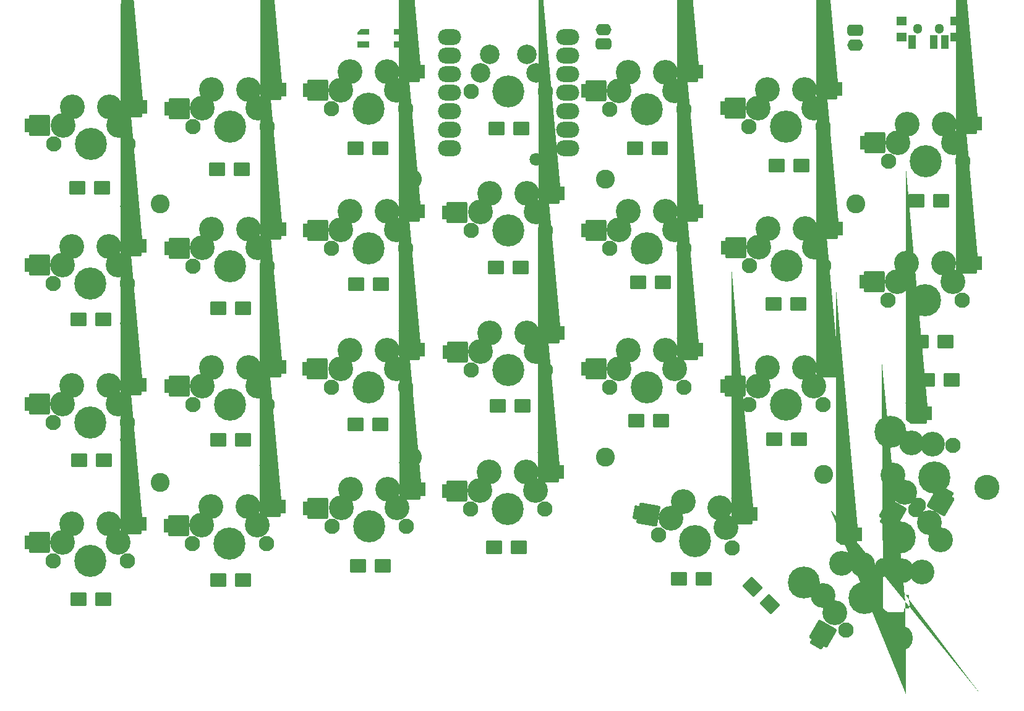
<source format=gbr>
%TF.GenerationSoftware,KiCad,Pcbnew,7.0.1*%
%TF.CreationDate,2023-04-29T17:31:46+07:00*%
%TF.ProjectId,ErgoTravel,4572676f-5472-4617-9665-6c2e6b696361,rev?*%
%TF.SameCoordinates,Original*%
%TF.FileFunction,Soldermask,Bot*%
%TF.FilePolarity,Negative*%
%FSLAX46Y46*%
G04 Gerber Fmt 4.6, Leading zero omitted, Abs format (unit mm)*
G04 Created by KiCad (PCBNEW 7.0.1) date 2023-04-29 17:31:46*
%MOMM*%
%LPD*%
G01*
G04 APERTURE LIST*
G04 Aperture macros list*
%AMRoundRect*
0 Rectangle with rounded corners*
0 $1 Rounding radius*
0 $2 $3 $4 $5 $6 $7 $8 $9 X,Y pos of 4 corners*
0 Add a 4 corners polygon primitive as box body*
4,1,4,$2,$3,$4,$5,$6,$7,$8,$9,$2,$3,0*
0 Add four circle primitives for the rounded corners*
1,1,$1+$1,$2,$3*
1,1,$1+$1,$4,$5*
1,1,$1+$1,$6,$7*
1,1,$1+$1,$8,$9*
0 Add four rect primitives between the rounded corners*
20,1,$1+$1,$2,$3,$4,$5,0*
20,1,$1+$1,$4,$5,$6,$7,0*
20,1,$1+$1,$6,$7,$8,$9,0*
20,1,$1+$1,$8,$9,$2,$3,0*%
%AMFreePoly0*
4,1,41,2.776539,1.434775,2.811894,1.420130,2.876776,1.376776,2.920130,1.311894,2.934775,1.276539,2.950000,1.200000,2.950000,-1.200000,2.934775,-1.276539,2.920130,-1.311894,2.876776,-1.376776,2.811894,-1.420130,2.776539,-1.434775,2.700000,-1.450000,0.300000,-1.450000,0.223461,-1.434775,0.188106,-1.420130,0.123224,-1.376776,0.079870,-1.311894,0.065225,-1.276539,0.050000,-1.200000,
0.050000,-0.950000,-0.350000,-0.950000,-0.426537,-0.934776,-0.491421,-0.891421,-0.534776,-0.826537,-0.550000,-0.750000,-0.550000,0.750000,-0.534776,0.826537,-0.491421,0.891421,-0.426537,0.934776,-0.350000,0.950000,0.050000,0.950000,0.050000,1.200000,0.065225,1.276539,0.079870,1.311894,0.123224,1.376776,0.188106,1.420130,0.223461,1.434775,0.300000,1.450000,2.700000,1.450000,
2.776539,1.434775,2.776539,1.434775,$1*%
%AMFreePoly1*
4,1,56,-0.323461,1.434775,-0.288106,1.420130,-0.223224,1.376776,-0.179870,1.311894,-0.165225,1.276539,-0.150000,1.200000,-0.150000,0.950000,0.350000,0.950000,0.426537,0.934776,0.491421,0.891421,0.534776,0.826537,0.550000,0.750000,0.550000,-0.750000,0.534776,-0.826537,0.491421,-0.891421,0.426537,-0.934776,0.350000,-0.950000,-0.150000,-0.950000,-0.150000,-1.200000,-0.165225,-1.276539,
-0.179870,-1.311894,-0.223224,-1.376776,-0.288106,-1.420130,-0.323461,-1.434775,-0.400000,-1.450000,-2.300000,-1.450000,-2.376542,-1.434774,-2.381625,-1.432668,-2.386893,-1.431142,-2.456174,-1.395217,-2.956174,-0.995217,-2.965162,-0.984537,-2.976772,-0.976781,-2.996347,-0.947484,-3.006445,-0.935487,-3.007858,-0.932920,-3.006557,-0.932204,-3.020133,-0.911887,-3.022233,-0.906816,-3.024884,-0.902003,
-3.032265,-0.878718,-3.033636,-0.879286,-3.034758,-0.876579,-3.037817,-0.861205,-3.048471,-0.827602,-3.047275,-0.813690,-3.050000,-0.800000,-3.050000,1.200000,-3.034775,1.276539,-3.020130,1.311894,-2.976776,1.376776,-2.911894,1.420130,-2.876539,1.434775,-2.800000,1.450000,-0.400000,1.450000,-0.323461,1.434775,-0.323461,1.434775,$1*%
G04 Aperture macros list end*
%ADD10C,0.100000*%
%ADD11C,2.101800*%
%ADD12C,4.387800*%
%ADD13C,2.686000*%
%ADD14C,2.600000*%
%ADD15C,3.448000*%
%ADD16C,2.100000*%
%ADD17C,3.400000*%
%ADD18C,4.400000*%
%ADD19FreePoly0,0.000000*%
%ADD20FreePoly1,0.000000*%
%ADD21RoundRect,0.200000X0.900000X0.750000X-0.900000X0.750000X-0.900000X-0.750000X0.900000X-0.750000X0*%
%ADD22FreePoly0,60.000000*%
%ADD23FreePoly1,60.000000*%
%ADD24RoundRect,0.450000X-0.625000X0.350000X-0.625000X-0.350000X0.625000X-0.350000X0.625000X0.350000X0*%
%ADD25O,2.150000X1.600000*%
%ADD26RoundRect,0.200000X-0.900000X-0.750000X0.900000X-0.750000X0.900000X0.750000X-0.900000X0.750000X0*%
%ADD27O,3.150000X2.200000*%
%ADD28C,1.797000*%
%ADD29RoundRect,0.200000X-1.166726X0.106066X0.106066X-1.166726X1.166726X-0.106066X-0.106066X1.166726X0*%
%ADD30FreePoly0,350.000000*%
%ADD31FreePoly1,350.000000*%
%ADD32C,1.300000*%
%ADD33RoundRect,0.450000X0.625000X-0.350000X0.625000X0.350000X-0.625000X0.350000X-0.625000X-0.350000X0*%
%ADD34FreePoly0,240.000000*%
%ADD35FreePoly1,240.000000*%
%ADD36RoundRect,0.200000X-0.500000X-0.400000X0.500000X-0.400000X0.500000X0.400000X-0.500000X0.400000X0*%
%ADD37RoundRect,0.200000X-0.350000X-0.750000X0.350000X-0.750000X0.350000X0.750000X-0.350000X0.750000X0*%
G04 APERTURE END LIST*
%TO.C,D24*%
D10*
X127456000Y-50680000D02*
X125956000Y-50680000D01*
X125956000Y-49930000D01*
X127456000Y-49930000D01*
X127456000Y-50680000D01*
G36*
X127456000Y-50680000D02*
G01*
X125956000Y-50680000D01*
X125956000Y-49930000D01*
X127456000Y-49930000D01*
X127456000Y-50680000D01*
G37*
X127456000Y-48930000D02*
X125956000Y-48930000D01*
X125956000Y-48180000D01*
X127456000Y-48180000D01*
X127456000Y-48930000D01*
G36*
X127456000Y-48930000D02*
G01*
X125956000Y-48930000D01*
X125956000Y-48180000D01*
X127456000Y-48180000D01*
X127456000Y-48930000D01*
G37*
X122456000Y-50680000D02*
X120956000Y-50680000D01*
X120956000Y-49930000D01*
X122456000Y-49930000D01*
X122456000Y-50680000D01*
G36*
X122456000Y-50680000D02*
G01*
X120956000Y-50680000D01*
X120956000Y-49930000D01*
X122456000Y-49930000D01*
X122456000Y-50680000D01*
G37*
X122456000Y-48930000D02*
X120956000Y-48930000D01*
X120956000Y-48605000D01*
X121356000Y-48180000D01*
X122456000Y-48180000D01*
X122456000Y-48930000D01*
G36*
X122456000Y-48930000D02*
G01*
X120956000Y-48930000D01*
X120956000Y-48605000D01*
X121356000Y-48180000D01*
X122456000Y-48180000D01*
X122456000Y-48930000D01*
G37*
%TD*%
D11*
%TO.C,K13*%
X136580172Y-56799252D03*
D12*
X141660172Y-56799252D03*
D11*
X146740172Y-56799252D03*
D13*
X137850172Y-54259252D03*
X139120172Y-51719252D03*
X144200172Y-51719252D03*
X145470172Y-54259252D03*
%TD*%
D14*
%TO.C,J5*%
X93960000Y-110350000D03*
%TD*%
%TO.C,J6*%
X93960000Y-72150000D03*
%TD*%
%TO.C,J7*%
X189250000Y-72150000D03*
%TD*%
%TO.C,J8*%
X184785000Y-109220000D03*
%TD*%
%TO.C,J9*%
X128500000Y-68750000D03*
%TD*%
%TO.C,J10*%
X128500000Y-106850000D03*
%TD*%
%TO.C,J11*%
X154910000Y-68750000D03*
%TD*%
%TO.C,J12*%
X154910000Y-106850000D03*
%TD*%
D15*
%TO.C,H1*%
X207184885Y-111065635D03*
D12*
X193986658Y-103445635D03*
D15*
X195284885Y-131677039D03*
D12*
X182086658Y-124057039D03*
%TD*%
D16*
%TO.C,SW23*%
X155553524Y-97285092D03*
D17*
X156823524Y-94745091D03*
X158093524Y-92205092D03*
D18*
X160633524Y-97285092D03*
D17*
X163173524Y-92205092D03*
X164443524Y-94745092D03*
D16*
X165713524Y-97285092D03*
D19*
X152133524Y-94785092D03*
D20*
X167833524Y-92185092D03*
%TD*%
D16*
%TO.C,SW6*%
X79344884Y-83055510D03*
D17*
X80614884Y-80515509D03*
X81884884Y-77975510D03*
D18*
X84424884Y-83055510D03*
D17*
X86964884Y-77975510D03*
X88234884Y-80515510D03*
D16*
X89504884Y-83055510D03*
D19*
X75924884Y-80555510D03*
D20*
X91624884Y-77955510D03*
%TD*%
D21*
%TO.C,D21*%
X181327001Y-85852000D03*
X177927001Y-85852000D03*
%TD*%
%TO.C,D15*%
X143100001Y-119253000D03*
X139700001Y-119253000D03*
%TD*%
D16*
%TO.C,SW32*%
X197428008Y-114074808D03*
D17*
X195863303Y-111704955D03*
X194298599Y-109335104D03*
D18*
X199968008Y-109675399D03*
D17*
X196838599Y-104935694D03*
X199673303Y-105105842D03*
D16*
X202508008Y-105275990D03*
D22*
X193552944Y-115786615D03*
D23*
X199151278Y-100890016D03*
%TD*%
D16*
%TO.C,SW26*%
X174665222Y-80673990D03*
D17*
X175935222Y-78133989D03*
X177205222Y-75593990D03*
D18*
X179745222Y-80673990D03*
D17*
X182285222Y-75593990D03*
X183555222Y-78133990D03*
D16*
X184825222Y-80673990D03*
D19*
X171245222Y-78173990D03*
D20*
X186945222Y-75573990D03*
%TD*%
D16*
%TO.C,SW12*%
X98397044Y-118778310D03*
D17*
X99667044Y-116238309D03*
X100937044Y-113698310D03*
D18*
X103477044Y-118778310D03*
D17*
X106017044Y-113698310D03*
X107287044Y-116238310D03*
D16*
X108557044Y-118778310D03*
D19*
X94977044Y-116278310D03*
D20*
X110677044Y-113678310D03*
%TD*%
D16*
%TO.C,SW31*%
X193657844Y-85377492D03*
D17*
X194927844Y-82837491D03*
X196197844Y-80297492D03*
D18*
X198737844Y-85377492D03*
D17*
X201277844Y-80297492D03*
X202547844Y-82837492D03*
D16*
X203817844Y-85377492D03*
D19*
X190237844Y-82877492D03*
D20*
X205937844Y-80277492D03*
%TD*%
D16*
%TO.C,SW15*%
X117389666Y-97285092D03*
D17*
X118659666Y-94745091D03*
X119929666Y-92205092D03*
D18*
X122469666Y-97285092D03*
D17*
X125009666Y-92205092D03*
X126279666Y-94745092D03*
D16*
X127549666Y-97285092D03*
D19*
X113969666Y-94785092D03*
D20*
X129669666Y-92185092D03*
%TD*%
D21*
%TO.C,D27*%
X200885001Y-71755000D03*
X197485001Y-71755000D03*
%TD*%
%TO.C,D2*%
X86155000Y-88011000D03*
X82755000Y-88011000D03*
%TD*%
D16*
%TO.C,SW20*%
X136501364Y-114015270D03*
D17*
X137771364Y-111475269D03*
X139041364Y-108935270D03*
D18*
X141581364Y-114015270D03*
D17*
X144121364Y-108935270D03*
X145391364Y-111475270D03*
D16*
X146661364Y-114015270D03*
D19*
X133081364Y-111515270D03*
D20*
X148781364Y-108915270D03*
%TD*%
D21*
%TO.C,D9*%
X124128000Y-102362000D03*
X120728000Y-102362000D03*
%TD*%
D24*
%TO.C,BATTCONN2*%
X189140000Y-48403000D03*
D25*
X189140000Y-50403000D03*
%TD*%
D16*
%TO.C,SW27*%
X174605684Y-99666612D03*
D17*
X175875684Y-97126611D03*
X177145684Y-94586612D03*
D18*
X179685684Y-99666612D03*
D17*
X182225684Y-94586612D03*
X183495684Y-97126612D03*
D16*
X184765684Y-99666612D03*
D19*
X171185684Y-97166612D03*
D20*
X186885684Y-94566612D03*
%TD*%
D21*
%TO.C,D14*%
X143559000Y-99822000D03*
X140159000Y-99822000D03*
%TD*%
D26*
%TO.C,D25*%
X198960000Y-96266000D03*
X202360000Y-96266000D03*
%TD*%
D27*
%TO.C,U2*%
X133565172Y-49276000D03*
X133565172Y-51816000D03*
X133565172Y-54356000D03*
X133565172Y-56896000D03*
X133565172Y-59436000D03*
X133565172Y-61976000D03*
X133565172Y-64516000D03*
X149755172Y-64516000D03*
X149755172Y-61976000D03*
X149755172Y-59436000D03*
X149755172Y-56896000D03*
X149755172Y-54356000D03*
X149755172Y-51816000D03*
X149755172Y-49276000D03*
D28*
X145470172Y-66104000D03*
X147375172Y-66104000D03*
%TD*%
D21*
%TO.C,D7*%
X105282999Y-123698000D03*
X101882999Y-123698000D03*
%TD*%
D16*
%TO.C,SW9*%
X98456582Y-61621830D03*
D17*
X99726582Y-59081829D03*
X100996582Y-56541830D03*
D18*
X103536582Y-61621830D03*
D17*
X106076582Y-56541830D03*
X107346582Y-59081830D03*
D16*
X108616582Y-61621830D03*
D19*
X95036582Y-59121830D03*
D20*
X110736582Y-56521830D03*
%TD*%
D16*
%TO.C,SW7*%
X79344884Y-102107670D03*
D17*
X80614884Y-99567669D03*
X81884884Y-97027670D03*
D18*
X84424884Y-102107670D03*
D17*
X86964884Y-97027670D03*
X88234884Y-99567670D03*
D16*
X89504884Y-102107670D03*
D19*
X75924884Y-99607670D03*
D20*
X91624884Y-97007670D03*
%TD*%
D16*
%TO.C,SW25*%
X174605684Y-61562292D03*
D17*
X175875684Y-59022291D03*
X177145684Y-56482292D03*
D18*
X179685684Y-61562292D03*
D17*
X182225684Y-56482292D03*
X183495684Y-59022292D03*
D16*
X184765684Y-61562292D03*
D19*
X171185684Y-59062292D03*
D20*
X186885684Y-56462292D03*
%TD*%
D16*
%TO.C,SW11*%
X98456582Y-99666612D03*
D17*
X99726582Y-97126611D03*
X100996582Y-94586612D03*
D18*
X103536582Y-99666612D03*
D17*
X106076582Y-94586612D03*
X107346582Y-97126612D03*
D16*
X108616582Y-99666612D03*
D19*
X95036582Y-97166612D03*
D20*
X110736582Y-94566612D03*
%TD*%
D21*
%TO.C,D19*%
X162355000Y-64516000D03*
X158955000Y-64516000D03*
%TD*%
%TO.C,D18*%
X162785001Y-82931000D03*
X159385001Y-82931000D03*
%TD*%
D16*
%TO.C,SW14*%
X117449204Y-78292470D03*
D17*
X118719204Y-75752469D03*
X119989204Y-73212470D03*
D18*
X122529204Y-78292470D03*
D17*
X125069204Y-73212470D03*
X126339204Y-75752470D03*
D16*
X127609204Y-78292470D03*
D19*
X114029204Y-75792470D03*
D20*
X129729204Y-73192470D03*
%TD*%
D16*
%TO.C,SW21*%
X155553524Y-59180772D03*
D17*
X156823524Y-56640771D03*
X158093524Y-54100772D03*
D18*
X160633524Y-59180772D03*
D17*
X163173524Y-54100772D03*
X164443524Y-56640772D03*
D16*
X165713524Y-59180772D03*
D19*
X152133524Y-56680772D03*
D20*
X167833524Y-54080772D03*
%TD*%
D29*
%TO.C,D23*%
X175073918Y-124654918D03*
X177478082Y-127059082D03*
%TD*%
D16*
%TO.C,SW24*%
X162239419Y-117538949D03*
D17*
X163931191Y-115258070D03*
X165622963Y-112977192D03*
D18*
X167242242Y-118421082D03*
D17*
X170625786Y-113859325D03*
X171435426Y-116581270D03*
D16*
X172245065Y-119303215D03*
D30*
X159305497Y-114483053D03*
D31*
X175218464Y-114648829D03*
%TD*%
D21*
%TO.C,D22*%
X181405000Y-104394000D03*
X178005000Y-104394000D03*
%TD*%
D32*
%TO.C,BATTSW1*%
X200672000Y-48151000D03*
X197672000Y-48151000D03*
%TD*%
D21*
%TO.C,D3*%
X105282999Y-86487000D03*
X101882999Y-86487000D03*
%TD*%
%TO.C,D8*%
X124459999Y-121793000D03*
X121059999Y-121793000D03*
%TD*%
D16*
%TO.C,SW19*%
X136560902Y-94963110D03*
D17*
X137830902Y-92423109D03*
X139100902Y-89883110D03*
D18*
X141640902Y-94963110D03*
D17*
X144180902Y-89883110D03*
X145450902Y-92423110D03*
D16*
X146720902Y-94963110D03*
D19*
X133140902Y-92463110D03*
D20*
X148840902Y-89863110D03*
%TD*%
D21*
%TO.C,D29*%
X85978999Y-69977000D03*
X82578999Y-69977000D03*
%TD*%
%TO.C,D17*%
X162559999Y-101854000D03*
X159159999Y-101854000D03*
%TD*%
D16*
%TO.C,SW28*%
X187862524Y-130619969D03*
D17*
X186297819Y-128250116D03*
X184733115Y-125880265D03*
D18*
X190402524Y-126220560D03*
D17*
X187273115Y-121480855D03*
X190107819Y-121651003D03*
D16*
X192942524Y-121821151D03*
D22*
X183987460Y-132331776D03*
D23*
X189585794Y-117435177D03*
%TD*%
D21*
%TO.C,D10*%
X124205999Y-83185000D03*
X120805999Y-83185000D03*
%TD*%
%TO.C,D26*%
X201520001Y-91059000D03*
X198120001Y-91059000D03*
%TD*%
D26*
%TO.C,D12*%
X139983000Y-61849000D03*
X143383000Y-61849000D03*
%TD*%
D21*
%TO.C,D13*%
X143354001Y-80899000D03*
X139954001Y-80899000D03*
%TD*%
%TO.C,D4*%
X86282000Y-107315000D03*
X82882000Y-107315000D03*
%TD*%
D33*
%TO.C,BATTCONN1*%
X154686000Y-50260000D03*
D25*
X154686000Y-48260000D03*
%TD*%
D16*
%TO.C,SW8*%
X79344884Y-121100292D03*
D17*
X80614884Y-118560291D03*
X81884884Y-116020292D03*
D18*
X84424884Y-121100292D03*
D17*
X86964884Y-116020292D03*
X88234884Y-118560292D03*
D16*
X89504884Y-121100292D03*
D19*
X75924884Y-118600292D03*
D20*
X91624884Y-116000292D03*
%TD*%
D16*
%TO.C,SW13*%
X117449204Y-59121234D03*
D17*
X118719204Y-56581233D03*
X119989204Y-54041234D03*
D18*
X122529204Y-59121234D03*
D17*
X125069204Y-54041234D03*
X126339204Y-56581234D03*
D16*
X127609204Y-59121234D03*
D19*
X114029204Y-56621234D03*
D20*
X129729204Y-54021234D03*
%TD*%
D16*
%TO.C,SW30*%
X193697978Y-66292754D03*
D17*
X194967978Y-63752753D03*
X196237978Y-61212754D03*
D18*
X198777978Y-66292754D03*
D17*
X201317978Y-61212754D03*
X202587978Y-63752754D03*
D16*
X203857978Y-66292754D03*
D19*
X190277978Y-63792754D03*
D20*
X205977978Y-61192754D03*
%TD*%
D16*
%TO.C,SW5*%
X79364288Y-63943812D03*
D17*
X80634288Y-61403811D03*
X81904288Y-58863812D03*
D18*
X84444288Y-63943812D03*
D17*
X86984288Y-58863812D03*
X88254288Y-61403812D03*
D16*
X89524288Y-63943812D03*
D19*
X75944288Y-61443812D03*
D20*
X91644288Y-58843812D03*
%TD*%
D16*
%TO.C,SW16*%
X117489472Y-116396790D03*
D17*
X118759472Y-113856789D03*
X120029472Y-111316790D03*
D18*
X122569472Y-116396790D03*
D17*
X125109472Y-111316790D03*
X126379472Y-113856790D03*
D16*
X127649472Y-116396790D03*
D19*
X114069472Y-113896790D03*
D20*
X129769472Y-111296790D03*
%TD*%
D16*
%TO.C,SW10*%
X98456582Y-80733528D03*
D17*
X99726582Y-78193527D03*
X100996582Y-75653528D03*
D18*
X103536582Y-80733528D03*
D17*
X106076582Y-75653528D03*
X107346582Y-78193528D03*
D16*
X108616582Y-80733528D03*
D19*
X95036582Y-78233528D03*
D20*
X110736582Y-75633528D03*
%TD*%
D16*
%TO.C,SW1*%
X136541632Y-75851412D03*
D17*
X137811632Y-73311411D03*
X139081632Y-70771412D03*
D18*
X141621632Y-75851412D03*
D17*
X144161632Y-70771412D03*
X145431632Y-73311412D03*
D16*
X146701632Y-75851412D03*
D19*
X133121632Y-73351412D03*
D20*
X148821632Y-70751412D03*
%TD*%
D16*
%TO.C,SW29*%
X197725698Y-113479428D03*
D17*
X199290403Y-115849281D03*
X200855107Y-118219132D03*
D18*
X195185698Y-117878837D03*
D17*
X198315107Y-122618542D03*
X195480403Y-122448394D03*
D16*
X192645698Y-122278246D03*
D34*
X201600762Y-111767621D03*
D35*
X196002428Y-126664220D03*
%TD*%
D16*
%TO.C,SW22*%
X155553524Y-78292470D03*
D17*
X156823524Y-75752469D03*
X158093524Y-73212470D03*
D18*
X160633524Y-78292470D03*
D17*
X163173524Y-73212470D03*
X164443524Y-75752470D03*
D16*
X165713524Y-78292470D03*
D19*
X152133524Y-75792470D03*
D20*
X167833524Y-73192470D03*
%TD*%
D21*
%TO.C,D6*%
X86204001Y-126365000D03*
X82804001Y-126365000D03*
%TD*%
%TO.C,D20*%
X181786000Y-66929000D03*
X178386000Y-66929000D03*
%TD*%
%TO.C,D11*%
X124128000Y-64516000D03*
X120728000Y-64516000D03*
%TD*%
%TO.C,D16*%
X168373001Y-123571000D03*
X164973001Y-123571000D03*
%TD*%
%TO.C,D5*%
X105332000Y-104521000D03*
X101932000Y-104521000D03*
%TD*%
%TO.C,D1*%
X105155999Y-67437000D03*
X101755999Y-67437000D03*
%TD*%
D36*
%TO.C,BATTSW2*%
X195519000Y-47117000D03*
X195519000Y-49327000D03*
D32*
X197669000Y-48217000D03*
X200669000Y-48217000D03*
D36*
X202819000Y-47117000D03*
X202819000Y-49327000D03*
D37*
X196919000Y-49977000D03*
X199919000Y-49977000D03*
X201419000Y-49977000D03*
%TD*%
M02*

</source>
